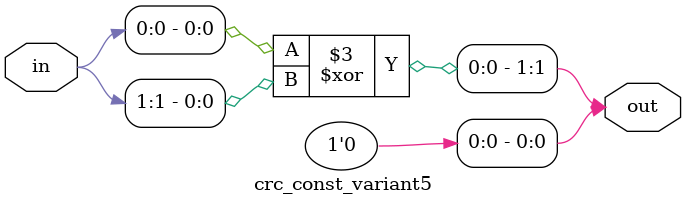
<source format=sv>
module crc_min (
    input [1:0] in,
    output[1:0] out // FIXME THIS is the cause, the output being multi-bit
);
    assign out = {in[0] ^ in[1], 1'd0};
endmodule

module crc_const_variant3(
    input logic[1:0] in,
    output logic[1:0] out
);
    wire zero_wire = 1'b0;
    assign out = {in[0] ^ in[1], zero_wire};
endmodule

module crc_const_variant4(input logic[1:0] in, output logic[1:0] out);
    // (1'b1 - 1'b1) evaluates to 0
    assign out = {in[0] ^ in[1], (1'b1 - 1'b1)};
endmodule

module crc_const_variant5(input logic [1:0] in, output logic [1:0] out);
    // (in[1] & ~in[1]) always equals 0 regardless of in[1]
    assign out = {in[0] ^ in[1], (in[1] & ~in[1])};
endmodule

</source>
